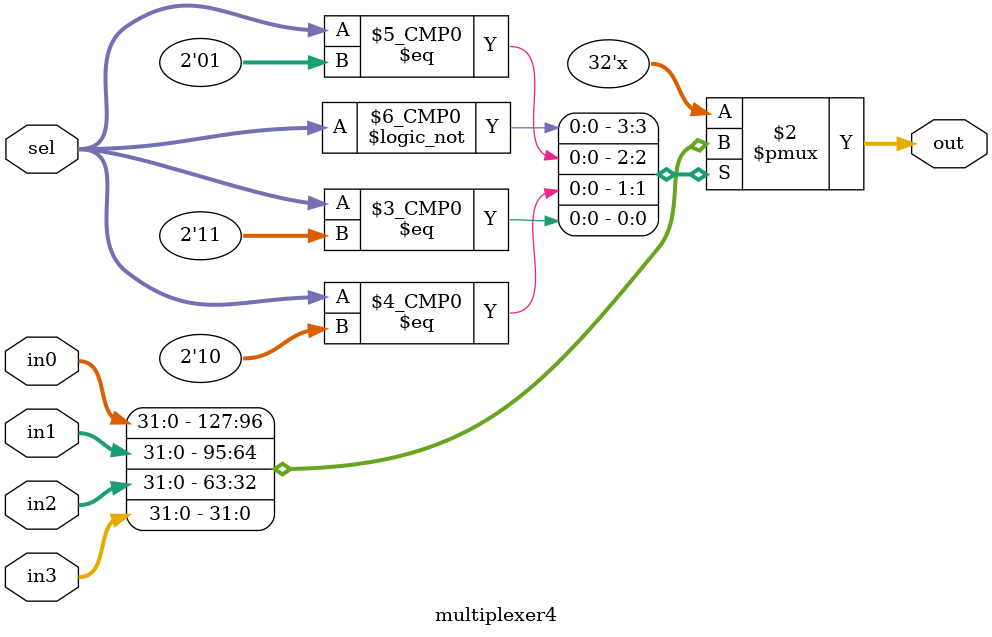
<source format=v>
module multiplexer4(in0, in1, in2, in3, sel, out);
	parameter size=32;
	input [size-1:0]in0;
	input [size-1:0]in1;
	input [size-1:0]in2;
	input [size-1:0]in3;
	input [1:0]sel;
	output reg [size-1:0]out;

	always @(*) begin
		case (sel)
			2'b00: out=in0;
			2'b01: out=in1;
			2'b10: out=in2;
			2'b11:out=in3;
		endcase
	end

endmodule
</source>
